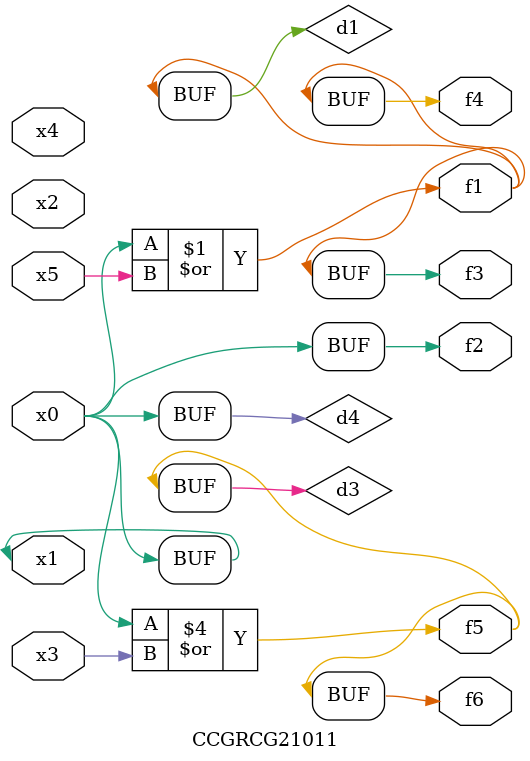
<source format=v>
module CCGRCG21011(
	input x0, x1, x2, x3, x4, x5,
	output f1, f2, f3, f4, f5, f6
);

	wire d1, d2, d3, d4;

	or (d1, x0, x5);
	xnor (d2, x1, x4);
	or (d3, x0, x3);
	buf (d4, x0, x1);
	assign f1 = d1;
	assign f2 = d4;
	assign f3 = d1;
	assign f4 = d1;
	assign f5 = d3;
	assign f6 = d3;
endmodule

</source>
